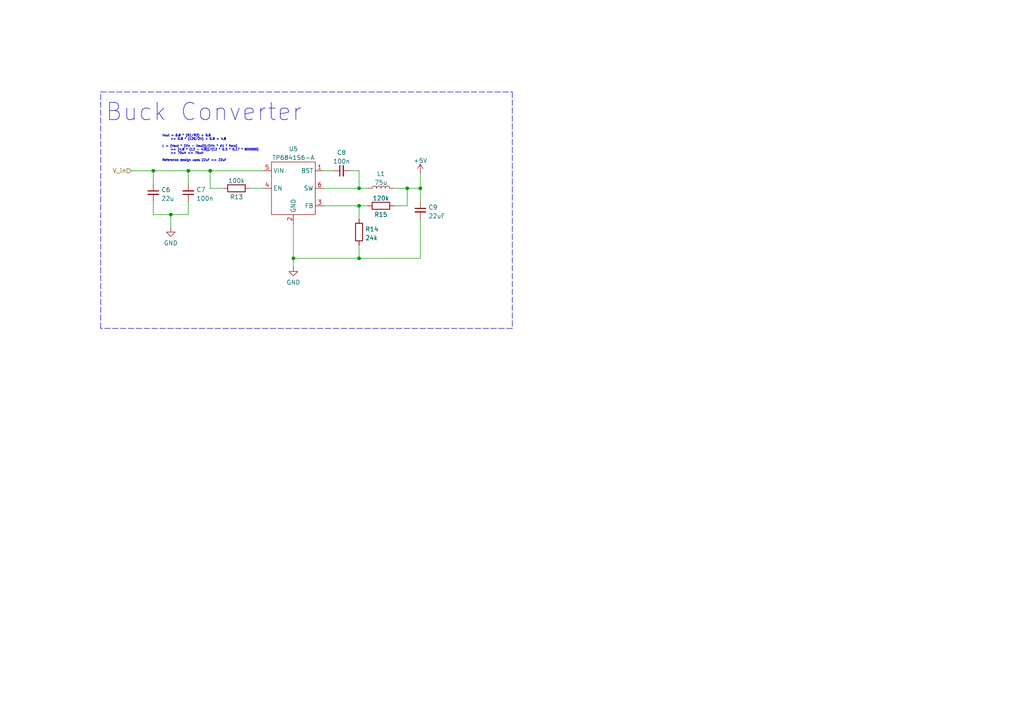
<source format=kicad_sch>
(kicad_sch (version 20211123) (generator eeschema)
  (paper "A4")
  (lib_symbols
    (symbol "Device:C_Small" (pin_numbers hide) (pin_names (offset 0.254) hide)
      (property "Reference" "C" (at 0.254 1.778 0))
      (property "Value" "C_Small" (at 0.254 -2.032 0))
      (symbol "C_Small_0_1"
        (polyline (pts (xy -1.524 -0.508) (xy 1.524 -0.508)) (stroke (width 0.3302)))
        (polyline (pts (xy -1.524 0.508) (xy 1.524 0.508)) (stroke (width 0.3048)))
      )
      (symbol "C_Small_1_1"
        (pin passive line (at 0 2.54 270) (length 2.032) (name "~") (number "1"))
        (pin passive line (at 0 -2.54 90) (length 2.032) (name "~") (number "2"))
      )
    )
    (symbol "Device:L" (pin_numbers hide) (pin_names (offset 1.016) hide)
      (property "Reference" "L" (at -1.27 0 90))
      (property "Value" "L" (at 1.905 0 90))
      (symbol "L_0_1"
        (arc (start 0 -2.54) (mid 0.635 -1.905) (end 0 -1.27))
        (arc (start 0 -1.27) (mid 0.635 -0.635) (end 0 0))
        (arc (start 0 0) (mid 0.635 0.635) (end 0 1.27))
        (arc (start 0 1.27) (mid 0.635 1.905) (end 0 2.54))
      )
      (symbol "L_1_1"
        (pin passive line (at 0 3.81 270) (length 1.27) (name "1") (number "1"))
        (pin passive line (at 0 -3.81 90) (length 1.27) (name "2") (number "2"))
      )
    )
    (symbol "Device:R" (pin_numbers hide) (pin_names (offset 0))
      (property "Reference" "R" (at 2.032 0 90))
      (property "Value" "R" (at 0 0 90))
      (symbol "R_0_1"
        (rectangle (start -1.016 -2.54) (end 1.016 2.54) (stroke (width 0.254)))
      )
      (symbol "R_1_1"
        (pin passive line (at 0 3.81 270) (length 1.27) (name "~") (number "1"))
        (pin passive line (at 0 -3.81 90) (length 1.27) (name "~") (number "2"))
      )
    )
    (symbol "custom:TP6841S6-A"
      (property "Reference" "U3" (at 0 11.43 0))
      (property "Value" "TP6841S6-A" (at 0 8.89 0))
      (symbol "TP6841S6-A_0_1"
        (rectangle (start -6.35 7.62) (end 6.35 -7.62))
      )
      (symbol "TP6841S6-A_1_1"
        (pin input line (at 8.89 5.08 180) (length 2.54) (name "BST") (number "1"))
        (pin power_in line (at 0 -10.16 90) (length 2.54) (name "GND") (number "2"))
        (pin input line (at 8.89 -5.08 180) (length 2.54) (name "FB") (number "3"))
        (pin input line (at -8.89 0 0) (length 2.54) (name "EN") (number "4"))
        (pin power_in line (at -8.89 5.08 0) (length 2.54) (name "VIN") (number "5"))
        (pin output line (at 8.89 0 180) (length 2.54) (name "SW") (number "6"))
      )
    )
    (symbol "power:+5V" (power) (pin_names (offset 0))
      (property "Value" "+5V" (at 0 3.556 0))
      (symbol "+5V_0_1"
        (polyline (pts (xy -0.762 1.27) (xy 0 2.54)))
        (polyline (pts (xy 0 0) (xy 0 2.54)))
        (polyline (pts (xy 0 2.54) (xy 0.762 1.27)))
      )
      (symbol "+5V_1_1"
        (pin power_in line (at 0 0 90) (length 0) hide (name "+5V") (number "1"))
      )
    )
    (symbol "power:GND" (power) (pin_names (offset 0))
      (property "Value" "GND" (at 0 -3.81 0))
      (symbol "GND_0_1"
        (polyline (pts (xy 0 0) (xy 0 -1.27) (xy 1.27 -1.27) (xy 0 -2.54) (xy -1.27 -1.27) (xy 0 -1.27)))
      )
      (symbol "GND_1_1"
        (pin power_in line (at 0 0 270) (length 0) hide (name "GND") (number "1"))
      )
    )
  )
  (junction (at 44.45 49.53))
  (junction (at 104.14 74.93))
  (junction (at 49.53 62.23))
  (junction (at 85.09 74.93))
  (junction (at 60.96 49.53))
  (junction (at 54.61 49.53))
  (junction (at 104.14 59.69))
  (junction (at 104.14 54.61))
  (junction (at 121.92 54.61))
  (junction (at 118.11 54.61))
  (polyline (pts (xy 148.59 26.67) (xy 148.59 95.25)))
  (wire (pts (xy 104.14 71.12) (xy 104.14 74.93)))
  (wire (pts (xy 118.11 54.61) (xy 118.11 59.69)))
  (wire (pts (xy 121.92 54.61) (xy 121.92 58.42)))
  (wire (pts (xy 44.45 62.23) (xy 49.53 62.23)))
  (wire (pts (xy 114.3 59.69) (xy 118.11 59.69)))
  (wire (pts (xy 60.96 49.53) (xy 60.96 54.61)))
  (wire (pts (xy 49.53 62.23) (xy 49.53 66.04)))
  (wire (pts (xy 54.61 49.53) (xy 60.96 49.53)))
  (wire (pts (xy 104.14 49.53) (xy 104.14 54.61)))
  (wire (pts (xy 44.45 49.53) (xy 54.61 49.53)))
  (wire (pts (xy 49.53 62.23) (xy 54.61 62.23)))
  (wire (pts (xy 38.1 49.53) (xy 44.45 49.53)))
  (wire (pts (xy 54.61 49.53) (xy 54.61 53.34)))
  (wire (pts (xy 106.68 54.61) (xy 104.14 54.61)))
  (wire (pts (xy 121.92 63.5) (xy 121.92 74.93)))
  (polyline (pts (xy 148.59 95.25) (xy 29.21 95.25)))
  (wire (pts (xy 104.14 59.69) (xy 106.68 59.69)))
  (wire (pts (xy 104.14 59.69) (xy 104.14 63.5)))
  (wire (pts (xy 114.3 54.61) (xy 118.11 54.61)))
  (wire (pts (xy 54.61 62.23) (xy 54.61 58.42)))
  (wire (pts (xy 121.92 50.165) (xy 121.92 54.61)))
  (wire (pts (xy 93.98 59.69) (xy 104.14 59.69)))
  (wire (pts (xy 93.98 54.61) (xy 104.14 54.61)))
  (wire (pts (xy 101.6 49.53) (xy 104.14 49.53)))
  (wire (pts (xy 104.14 74.93) (xy 85.09 74.93)))
  (wire (pts (xy 44.45 58.42) (xy 44.45 62.23)))
  (wire (pts (xy 121.92 74.93) (xy 104.14 74.93)))
  (wire (pts (xy 93.98 49.53) (xy 96.52 49.53)))
  (polyline (pts (xy 29.21 26.67) (xy 148.59 26.67)))
  (wire (pts (xy 85.09 64.77) (xy 85.09 74.93)))
  (wire (pts (xy 118.11 54.61) (xy 121.92 54.61)))
  (wire (pts (xy 85.09 74.93) (xy 85.09 77.47)))
  (wire (pts (xy 76.2 49.53) (xy 60.96 49.53)))
  (wire (pts (xy 44.45 49.53) (xy 44.45 53.34)))
  (wire (pts (xy 72.39 54.61) (xy 76.2 54.61)))
  (wire (pts (xy 64.77 54.61) (xy 60.96 54.61)))
  (polyline (pts (xy 29.21 95.25) (xy 29.21 26.67)))
  (text "Buck Converter" (at 30.48 35.56 0) (effects (font (size 5 5)) (justify left bottom)))
  (text "Vout = 0.8 * (R1/R2) + 0.8\n	=> 0.8 * (120/24) + 0.8 = 4.8\n	\nL > (Vout * (Vin - Vout))/(Vin * dIl * focs)\n	=> (4.8 * (12 - 4.8))/(12 * 0.3 * 0.17 * 800000)\n	=> 70uH => 75uH \n	\nReference design uses 22uF => 22uF" (at 46.99 46.99 0) (effects (font (size 0.635 0.635)) (justify left bottom)))
  (hierarchical_label "V_in" (shape input) (at 38.1 49.53 180))
  (symbol (lib_id "power:GND") (at 85.09 77.47 0) (unit 1)
    (property "Reference" "#PWR037" (effects hide))
    (property "Value" "GND" (at 85.09 81.9134 0))
  )
  (symbol (lib_id "power:+5V") (at 121.92 50.165 0) (unit 1)
    (property "Reference" "#PWR038" (effects hide))
    (property "Value" "+5V" (at 121.92 46.5892 0))
  )
  (symbol (lib_id "Device:R") (at 68.58 54.61 90) (unit 1)
    (property "Reference" "R13" (at 68.58 57.15 90))
    (property "Value" "100k" (at 68.58 52.4311 90))
    (property "Footprint" "Resistor_SMD:R_0402_1005Metric" (effects hide))
    (property "Datasheet" "https://datasheet.lcsc.com/lcsc/2110260030_UNI-ROYAL-Uniroyal-Elec-0402WGF1003TCE_C25741.pdf" (effects hide))
    (property "LCSC#" "C25741" (effects hide))
  )
  (symbol (lib_id "Device:L") (at 110.49 54.61 90) (unit 1)
    (property "Reference" "L1" (at 110.49 50.4022 90))
    (property "Value" "75u" (at 110.49 52.9391 90))
    (property "Footprint" "custom:IND-SMD_L4.0-W4.0_FNR40XXS" (effects hide))
    (property "Datasheet" "https://datasheet.lcsc.com/lcsc/1810111121_cjiang-Changjiang-Microelectronics-Tech-FNR4020S750MT_C167848.pdf" (effects hide))
    (property "LCSC#" "C167848" (effects hide))
  )
  (symbol (lib_id "Device:C_Small") (at 99.06 49.53 90) (unit 1)
    (property "Reference" "C8" (at 99.0663 44.2681 90))
    (property "Value" "100n" (at 99.0663 46.805 90))
    (property "Footprint" "Capacitor_SMD:C_0402_1005Metric" (effects hide))
    (property "Datasheet" "https://datasheet.lcsc.com/lcsc/1810191219_Samsung-Electro-Mechanics-CL05B104KO5NNNC_C1525.pdf" (effects hide))
    (property "LCSC#" "C1525" (effects hide))
  )
  (symbol (lib_id "custom:TP6841S6-A") (at 85.09 54.61 0) (unit 1)
    (property "Reference" "U5" (at 85.09 43.18 0))
    (property "Value" "TP6841S6-A" (at 85.09 45.72 0))
    (property "Footprint" "Package_TO_SOT_SMD:SOT-23-6" (effects hide))
    (property "Datasheet" "https://datasheet.lcsc.com/lcsc/2108072230_TECH-PUBLIC-TP6841S6-A_C2844924.pdf" (effects hide))
    (property "LCSC#" "C2844924" (effects hide))
  )
  (symbol (lib_id "Device:C_Small") (at 121.92 60.96 0) (unit 1)
    (property "Reference" "C9" (at 124.2441 60.1316 0) (effects (justify left)))
    (property "Value" "22uF" (at 124.2441 62.6685 0) (effects (justify left)))
    (property "Footprint" "Capacitor_SMD:C_0603_1608Metric" (effects hide))
    (property "Datasheet" "https://datasheet.lcsc.com/lcsc/1811151138_Samsung-Electro-Mechanics-CL10A226MQ8NRNC_C59461.pdf" (effects hide))
    (property "LCSC#" "C59461" (effects hide))
  )
  (symbol (lib_id "Device:C_Small") (at 44.45 55.88 0) (unit 1)
    (property "Reference" "C6" (at 46.7741 55.0516 0) (effects (justify left)))
    (property "Value" "22u" (at 46.7741 57.5885 0) (effects (justify left)))
    (property "Footprint" "Capacitor_SMD:C_1206_3216Metric" (effects hide))
    (property "Datasheet" "https://datasheet.lcsc.com/lcsc/1811031514_Samsung-Electro-Mechanics-CL31A226KAHNNNE_C12891.pdf" (effects hide))
    (property "LCSC#" "C12891" (effects hide))
  )
  (symbol (lib_id "power:GND") (at 49.53 66.04 0) (unit 1)
    (property "Reference" "#PWR036" (effects hide))
    (property "Value" "GND" (at 49.53 70.4834 0))
  )
  (symbol (lib_id "Device:C_Small") (at 54.61 55.88 180) (unit 1)
    (property "Reference" "C7" (at 56.9341 55.0389 0) (effects (justify right)))
    (property "Value" "100n" (at 56.9341 57.5758 0) (effects (justify right)))
    (property "Footprint" "Capacitor_SMD:C_0402_1005Metric" (effects hide))
    (property "Datasheet" "https://datasheet.lcsc.com/lcsc/1810191219_Samsung-Electro-Mechanics-CL05B104KO5NNNC_C1525.pdf" (effects hide))
    (property "LCSC#" "C1525" (effects hide))
  )
  (symbol (lib_id "Device:R") (at 110.49 59.69 90) (unit 1)
    (property "Reference" "R15" (at 110.49 62.23 90))
    (property "Value" "120k" (at 110.49 57.5111 90))
    (property "Footprint" "Resistor_SMD:R_0402_1005Metric" (effects hide))
    (property "Datasheet" "https://datasheet.lcsc.com/lcsc/2110260030_UNI-ROYAL-Uniroyal-Elec-0402WGF1203TCE_C25750.pdf" (effects hide))
    (property "LCSC#" "C25750" (effects hide))
  )
  (symbol (lib_id "Device:R") (at 104.14 67.31 0) (unit 1)
    (property "Reference" "R14" (at 105.918 66.4753 0) (effects (justify left)))
    (property "Value" "24k" (at 105.918 69.0122 0) (effects (justify left)))
    (property "Footprint" "Resistor_SMD:R_0402_1005Metric" (effects hide))
    (property "Datasheet" "https://datasheet.lcsc.com/lcsc/2110260030_UNI-ROYAL-Uniroyal-Elec-0402WGF2402TCE_C25769.pdf" (effects hide))
    (property "LCSC#" "C25769" (effects hide))
  )
)
</source>
